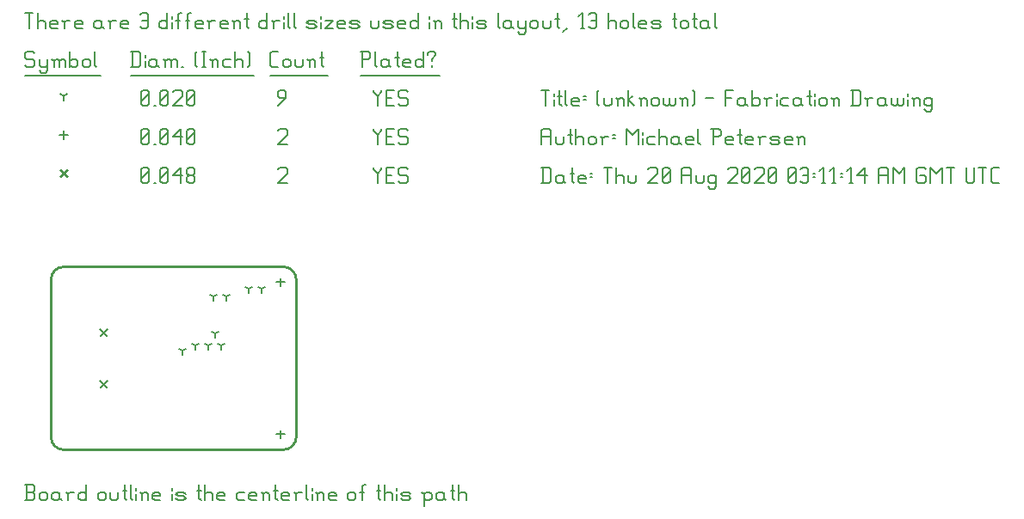
<source format=gbr>
G04 start of page 12 for group -3984 idx -3984 *
G04 Title: (unknown), fab *
G04 Creator: pcb 20140316 *
G04 CreationDate: Thu 20 Aug 2020 03:11:14 AM GMT UTC *
G04 For: railfan *
G04 Format: Gerber/RS-274X *
G04 PCB-Dimensions (mil): 1150.00 910.00 *
G04 PCB-Coordinate-Origin: lower left *
%MOIN*%
%FSLAX25Y25*%
%LNFAB*%
%ADD56C,0.0100*%
%ADD55C,0.0060*%
%ADD54C,0.0001*%
G54D54*G36*
X29300Y57266D02*X32266Y54300D01*
X31700Y53734D01*
X28734Y56700D01*
X29300Y57266D01*
G37*
G36*
X28734Y54300D02*X31700Y57266D01*
X32266Y56700D01*
X29300Y53734D01*
X28734Y54300D01*
G37*
G36*
X29300Y37266D02*X32266Y34300D01*
X31700Y33734D01*
X28734Y36700D01*
X29300Y37266D01*
G37*
G36*
X28734Y34300D02*X31700Y37266D01*
X32266Y36700D01*
X29300Y33734D01*
X28734Y34300D01*
G37*
G36*
X13800Y119016D02*X16766Y116050D01*
X16200Y115484D01*
X13234Y118450D01*
X13800Y119016D01*
G37*
G36*
X13234Y116050D02*X16200Y119016D01*
X16766Y118450D01*
X13800Y115484D01*
X13234Y116050D01*
G37*
G54D55*X135000Y119500D02*Y118750D01*
X136500Y117250D01*
X138000Y118750D01*
Y119500D02*Y118750D01*
X136500Y117250D02*Y113500D01*
X139800Y116500D02*X142050D01*
X139800Y113500D02*X142800D01*
X139800Y119500D02*Y113500D01*
Y119500D02*X142800D01*
X147600D02*X148350Y118750D01*
X145350Y119500D02*X147600D01*
X144600Y118750D02*X145350Y119500D01*
X144600Y118750D02*Y117250D01*
X145350Y116500D01*
X147600D01*
X148350Y115750D01*
Y114250D01*
X147600Y113500D02*X148350Y114250D01*
X145350Y113500D02*X147600D01*
X144600Y114250D02*X145350Y113500D01*
X98000Y118750D02*X98750Y119500D01*
X101000D01*
X101750Y118750D01*
Y117250D01*
X98000Y113500D02*X101750Y117250D01*
X98000Y113500D02*X101750D01*
X45000Y114250D02*X45750Y113500D01*
X45000Y118750D02*Y114250D01*
Y118750D02*X45750Y119500D01*
X47250D01*
X48000Y118750D01*
Y114250D01*
X47250Y113500D02*X48000Y114250D01*
X45750Y113500D02*X47250D01*
X45000Y115000D02*X48000Y118000D01*
X49800Y113500D02*X50550D01*
X52350Y114250D02*X53100Y113500D01*
X52350Y118750D02*Y114250D01*
Y118750D02*X53100Y119500D01*
X54600D01*
X55350Y118750D01*
Y114250D01*
X54600Y113500D02*X55350Y114250D01*
X53100Y113500D02*X54600D01*
X52350Y115000D02*X55350Y118000D01*
X57150Y116500D02*X60150Y119500D01*
X57150Y116500D02*X60900D01*
X60150Y119500D02*Y113500D01*
X62700Y114250D02*X63450Y113500D01*
X62700Y115750D02*Y114250D01*
Y115750D02*X63450Y116500D01*
X64950D01*
X65700Y115750D01*
Y114250D01*
X64950Y113500D02*X65700Y114250D01*
X63450Y113500D02*X64950D01*
X62700Y117250D02*X63450Y116500D01*
X62700Y118750D02*Y117250D01*
Y118750D02*X63450Y119500D01*
X64950D01*
X65700Y118750D01*
Y117250D01*
X64950Y116500D02*X65700Y117250D01*
X99000Y17600D02*Y14400D01*
X97400Y16000D02*X100600D01*
X99000Y76600D02*Y73400D01*
X97400Y75000D02*X100600D01*
X15000Y133850D02*Y130650D01*
X13400Y132250D02*X16600D01*
X135000Y134500D02*Y133750D01*
X136500Y132250D01*
X138000Y133750D01*
Y134500D02*Y133750D01*
X136500Y132250D02*Y128500D01*
X139800Y131500D02*X142050D01*
X139800Y128500D02*X142800D01*
X139800Y134500D02*Y128500D01*
Y134500D02*X142800D01*
X147600D02*X148350Y133750D01*
X145350Y134500D02*X147600D01*
X144600Y133750D02*X145350Y134500D01*
X144600Y133750D02*Y132250D01*
X145350Y131500D01*
X147600D01*
X148350Y130750D01*
Y129250D01*
X147600Y128500D02*X148350Y129250D01*
X145350Y128500D02*X147600D01*
X144600Y129250D02*X145350Y128500D01*
X98000Y133750D02*X98750Y134500D01*
X101000D01*
X101750Y133750D01*
Y132250D01*
X98000Y128500D02*X101750Y132250D01*
X98000Y128500D02*X101750D01*
X45000Y129250D02*X45750Y128500D01*
X45000Y133750D02*Y129250D01*
Y133750D02*X45750Y134500D01*
X47250D01*
X48000Y133750D01*
Y129250D01*
X47250Y128500D02*X48000Y129250D01*
X45750Y128500D02*X47250D01*
X45000Y130000D02*X48000Y133000D01*
X49800Y128500D02*X50550D01*
X52350Y129250D02*X53100Y128500D01*
X52350Y133750D02*Y129250D01*
Y133750D02*X53100Y134500D01*
X54600D01*
X55350Y133750D01*
Y129250D01*
X54600Y128500D02*X55350Y129250D01*
X53100Y128500D02*X54600D01*
X52350Y130000D02*X55350Y133000D01*
X57150Y131500D02*X60150Y134500D01*
X57150Y131500D02*X60900D01*
X60150Y134500D02*Y128500D01*
X62700Y129250D02*X63450Y128500D01*
X62700Y133750D02*Y129250D01*
Y133750D02*X63450Y134500D01*
X64950D01*
X65700Y133750D01*
Y129250D01*
X64950Y128500D02*X65700Y129250D01*
X63450Y128500D02*X64950D01*
X62700Y130000D02*X65700Y133000D01*
X73500Y55000D02*Y53400D01*
Y55000D02*X74887Y55800D01*
X73500Y55000D02*X72113Y55800D01*
X76000Y50500D02*Y48900D01*
Y50500D02*X77387Y51300D01*
X76000Y50500D02*X74613Y51300D01*
X71000Y50500D02*Y48900D01*
Y50500D02*X72387Y51300D01*
X71000Y50500D02*X69613Y51300D01*
X66000Y50500D02*Y48900D01*
Y50500D02*X67387Y51300D01*
X66000Y50500D02*X64613Y51300D01*
X61000Y48500D02*Y46900D01*
Y48500D02*X62387Y49300D01*
X61000Y48500D02*X59613Y49300D01*
X78000Y69500D02*Y67900D01*
Y69500D02*X79387Y70300D01*
X78000Y69500D02*X76613Y70300D01*
X86500Y72500D02*Y70900D01*
Y72500D02*X87887Y73300D01*
X86500Y72500D02*X85113Y73300D01*
X91500Y72500D02*Y70900D01*
Y72500D02*X92887Y73300D01*
X91500Y72500D02*X90113Y73300D01*
X73000Y69500D02*Y67900D01*
Y69500D02*X74387Y70300D01*
X73000Y69500D02*X71613Y70300D01*
X15000Y147250D02*Y145650D01*
Y147250D02*X16387Y148050D01*
X15000Y147250D02*X13613Y148050D01*
X135000Y149500D02*Y148750D01*
X136500Y147250D01*
X138000Y148750D01*
Y149500D02*Y148750D01*
X136500Y147250D02*Y143500D01*
X139800Y146500D02*X142050D01*
X139800Y143500D02*X142800D01*
X139800Y149500D02*Y143500D01*
Y149500D02*X142800D01*
X147600D02*X148350Y148750D01*
X145350Y149500D02*X147600D01*
X144600Y148750D02*X145350Y149500D01*
X144600Y148750D02*Y147250D01*
X145350Y146500D01*
X147600D01*
X148350Y145750D01*
Y144250D01*
X147600Y143500D02*X148350Y144250D01*
X145350Y143500D02*X147600D01*
X144600Y144250D02*X145350Y143500D01*
X98000D02*X101000Y146500D01*
Y148750D02*Y146500D01*
X100250Y149500D02*X101000Y148750D01*
X98750Y149500D02*X100250D01*
X98000Y148750D02*X98750Y149500D01*
X98000Y148750D02*Y147250D01*
X98750Y146500D01*
X101000D01*
X45000Y144250D02*X45750Y143500D01*
X45000Y148750D02*Y144250D01*
Y148750D02*X45750Y149500D01*
X47250D01*
X48000Y148750D01*
Y144250D01*
X47250Y143500D02*X48000Y144250D01*
X45750Y143500D02*X47250D01*
X45000Y145000D02*X48000Y148000D01*
X49800Y143500D02*X50550D01*
X52350Y144250D02*X53100Y143500D01*
X52350Y148750D02*Y144250D01*
Y148750D02*X53100Y149500D01*
X54600D01*
X55350Y148750D01*
Y144250D01*
X54600Y143500D02*X55350Y144250D01*
X53100Y143500D02*X54600D01*
X52350Y145000D02*X55350Y148000D01*
X57150Y148750D02*X57900Y149500D01*
X60150D01*
X60900Y148750D01*
Y147250D01*
X57150Y143500D02*X60900Y147250D01*
X57150Y143500D02*X60900D01*
X62700Y144250D02*X63450Y143500D01*
X62700Y148750D02*Y144250D01*
Y148750D02*X63450Y149500D01*
X64950D01*
X65700Y148750D01*
Y144250D01*
X64950Y143500D02*X65700Y144250D01*
X63450Y143500D02*X64950D01*
X62700Y145000D02*X65700Y148000D01*
X3000Y164500D02*X3750Y163750D01*
X750Y164500D02*X3000D01*
X0Y163750D02*X750Y164500D01*
X0Y163750D02*Y162250D01*
X750Y161500D01*
X3000D01*
X3750Y160750D01*
Y159250D01*
X3000Y158500D02*X3750Y159250D01*
X750Y158500D02*X3000D01*
X0Y159250D02*X750Y158500D01*
X5550Y161500D02*Y159250D01*
X6300Y158500D01*
X8550Y161500D02*Y157000D01*
X7800Y156250D02*X8550Y157000D01*
X6300Y156250D02*X7800D01*
X5550Y157000D02*X6300Y156250D01*
Y158500D02*X7800D01*
X8550Y159250D01*
X11100Y160750D02*Y158500D01*
Y160750D02*X11850Y161500D01*
X12600D01*
X13350Y160750D01*
Y158500D01*
Y160750D02*X14100Y161500D01*
X14850D01*
X15600Y160750D01*
Y158500D01*
X10350Y161500D02*X11100Y160750D01*
X17400Y164500D02*Y158500D01*
Y159250D02*X18150Y158500D01*
X19650D01*
X20400Y159250D01*
Y160750D02*Y159250D01*
X19650Y161500D02*X20400Y160750D01*
X18150Y161500D02*X19650D01*
X17400Y160750D02*X18150Y161500D01*
X22200Y160750D02*Y159250D01*
Y160750D02*X22950Y161500D01*
X24450D01*
X25200Y160750D01*
Y159250D01*
X24450Y158500D02*X25200Y159250D01*
X22950Y158500D02*X24450D01*
X22200Y159250D02*X22950Y158500D01*
X27000Y164500D02*Y159250D01*
X27750Y158500D01*
X0Y155250D02*X29250D01*
X41750Y164500D02*Y158500D01*
X44000Y164500D02*X44750Y163750D01*
Y159250D01*
X44000Y158500D02*X44750Y159250D01*
X41000Y158500D02*X44000D01*
X41000Y164500D02*X44000D01*
X46550Y163000D02*Y162250D01*
Y160750D02*Y158500D01*
X50300Y161500D02*X51050Y160750D01*
X48800Y161500D02*X50300D01*
X48050Y160750D02*X48800Y161500D01*
X48050Y160750D02*Y159250D01*
X48800Y158500D01*
X51050Y161500D02*Y159250D01*
X51800Y158500D01*
X48800D02*X50300D01*
X51050Y159250D01*
X54350Y160750D02*Y158500D01*
Y160750D02*X55100Y161500D01*
X55850D01*
X56600Y160750D01*
Y158500D01*
Y160750D02*X57350Y161500D01*
X58100D01*
X58850Y160750D01*
Y158500D01*
X53600Y161500D02*X54350Y160750D01*
X60650Y158500D02*X61400D01*
X65900Y159250D02*X66650Y158500D01*
X65900Y163750D02*X66650Y164500D01*
X65900Y163750D02*Y159250D01*
X68450Y164500D02*X69950D01*
X69200D02*Y158500D01*
X68450D02*X69950D01*
X72500Y160750D02*Y158500D01*
Y160750D02*X73250Y161500D01*
X74000D01*
X74750Y160750D01*
Y158500D01*
X71750Y161500D02*X72500Y160750D01*
X77300Y161500D02*X79550D01*
X76550Y160750D02*X77300Y161500D01*
X76550Y160750D02*Y159250D01*
X77300Y158500D01*
X79550D01*
X81350Y164500D02*Y158500D01*
Y160750D02*X82100Y161500D01*
X83600D01*
X84350Y160750D01*
Y158500D01*
X86150Y164500D02*X86900Y163750D01*
Y159250D01*
X86150Y158500D02*X86900Y159250D01*
X41000Y155250D02*X88700D01*
X95750Y158500D02*X98000D01*
X95000Y159250D02*X95750Y158500D01*
X95000Y163750D02*Y159250D01*
Y163750D02*X95750Y164500D01*
X98000D01*
X99800Y160750D02*Y159250D01*
Y160750D02*X100550Y161500D01*
X102050D01*
X102800Y160750D01*
Y159250D01*
X102050Y158500D02*X102800Y159250D01*
X100550Y158500D02*X102050D01*
X99800Y159250D02*X100550Y158500D01*
X104600Y161500D02*Y159250D01*
X105350Y158500D01*
X106850D01*
X107600Y159250D01*
Y161500D02*Y159250D01*
X110150Y160750D02*Y158500D01*
Y160750D02*X110900Y161500D01*
X111650D01*
X112400Y160750D01*
Y158500D01*
X109400Y161500D02*X110150Y160750D01*
X114950Y164500D02*Y159250D01*
X115700Y158500D01*
X114200Y162250D02*X115700D01*
X95000Y155250D02*X117200D01*
X130750Y164500D02*Y158500D01*
X130000Y164500D02*X133000D01*
X133750Y163750D01*
Y162250D01*
X133000Y161500D02*X133750Y162250D01*
X130750Y161500D02*X133000D01*
X135550Y164500D02*Y159250D01*
X136300Y158500D01*
X140050Y161500D02*X140800Y160750D01*
X138550Y161500D02*X140050D01*
X137800Y160750D02*X138550Y161500D01*
X137800Y160750D02*Y159250D01*
X138550Y158500D01*
X140800Y161500D02*Y159250D01*
X141550Y158500D01*
X138550D02*X140050D01*
X140800Y159250D01*
X144100Y164500D02*Y159250D01*
X144850Y158500D01*
X143350Y162250D02*X144850D01*
X147100Y158500D02*X149350D01*
X146350Y159250D02*X147100Y158500D01*
X146350Y160750D02*Y159250D01*
Y160750D02*X147100Y161500D01*
X148600D01*
X149350Y160750D01*
X146350Y160000D02*X149350D01*
Y160750D02*Y160000D01*
X154150Y164500D02*Y158500D01*
X153400D02*X154150Y159250D01*
X151900Y158500D02*X153400D01*
X151150Y159250D02*X151900Y158500D01*
X151150Y160750D02*Y159250D01*
Y160750D02*X151900Y161500D01*
X153400D01*
X154150Y160750D01*
X157450Y161500D02*Y160750D01*
Y159250D02*Y158500D01*
X155950Y163750D02*Y163000D01*
Y163750D02*X156700Y164500D01*
X158200D01*
X158950Y163750D01*
Y163000D01*
X157450Y161500D02*X158950Y163000D01*
X130000Y155250D02*X160750D01*
X0Y179500D02*X3000D01*
X1500D02*Y173500D01*
X4800Y179500D02*Y173500D01*
Y175750D02*X5550Y176500D01*
X7050D01*
X7800Y175750D01*
Y173500D01*
X10350D02*X12600D01*
X9600Y174250D02*X10350Y173500D01*
X9600Y175750D02*Y174250D01*
Y175750D02*X10350Y176500D01*
X11850D01*
X12600Y175750D01*
X9600Y175000D02*X12600D01*
Y175750D02*Y175000D01*
X15150Y175750D02*Y173500D01*
Y175750D02*X15900Y176500D01*
X17400D01*
X14400D02*X15150Y175750D01*
X19950Y173500D02*X22200D01*
X19200Y174250D02*X19950Y173500D01*
X19200Y175750D02*Y174250D01*
Y175750D02*X19950Y176500D01*
X21450D01*
X22200Y175750D01*
X19200Y175000D02*X22200D01*
Y175750D02*Y175000D01*
X28950Y176500D02*X29700Y175750D01*
X27450Y176500D02*X28950D01*
X26700Y175750D02*X27450Y176500D01*
X26700Y175750D02*Y174250D01*
X27450Y173500D01*
X29700Y176500D02*Y174250D01*
X30450Y173500D01*
X27450D02*X28950D01*
X29700Y174250D01*
X33000Y175750D02*Y173500D01*
Y175750D02*X33750Y176500D01*
X35250D01*
X32250D02*X33000Y175750D01*
X37800Y173500D02*X40050D01*
X37050Y174250D02*X37800Y173500D01*
X37050Y175750D02*Y174250D01*
Y175750D02*X37800Y176500D01*
X39300D01*
X40050Y175750D01*
X37050Y175000D02*X40050D01*
Y175750D02*Y175000D01*
X44550Y178750D02*X45300Y179500D01*
X46800D01*
X47550Y178750D01*
Y174250D01*
X46800Y173500D02*X47550Y174250D01*
X45300Y173500D02*X46800D01*
X44550Y174250D02*X45300Y173500D01*
Y176500D02*X47550D01*
X55050Y179500D02*Y173500D01*
X54300D02*X55050Y174250D01*
X52800Y173500D02*X54300D01*
X52050Y174250D02*X52800Y173500D01*
X52050Y175750D02*Y174250D01*
Y175750D02*X52800Y176500D01*
X54300D01*
X55050Y175750D01*
X56850Y178000D02*Y177250D01*
Y175750D02*Y173500D01*
X59100Y178750D02*Y173500D01*
Y178750D02*X59850Y179500D01*
X60600D01*
X58350Y176500D02*X59850D01*
X62850Y178750D02*Y173500D01*
Y178750D02*X63600Y179500D01*
X64350D01*
X62100Y176500D02*X63600D01*
X66600Y173500D02*X68850D01*
X65850Y174250D02*X66600Y173500D01*
X65850Y175750D02*Y174250D01*
Y175750D02*X66600Y176500D01*
X68100D01*
X68850Y175750D01*
X65850Y175000D02*X68850D01*
Y175750D02*Y175000D01*
X71400Y175750D02*Y173500D01*
Y175750D02*X72150Y176500D01*
X73650D01*
X70650D02*X71400Y175750D01*
X76200Y173500D02*X78450D01*
X75450Y174250D02*X76200Y173500D01*
X75450Y175750D02*Y174250D01*
Y175750D02*X76200Y176500D01*
X77700D01*
X78450Y175750D01*
X75450Y175000D02*X78450D01*
Y175750D02*Y175000D01*
X81000Y175750D02*Y173500D01*
Y175750D02*X81750Y176500D01*
X82500D01*
X83250Y175750D01*
Y173500D01*
X80250Y176500D02*X81000Y175750D01*
X85800Y179500D02*Y174250D01*
X86550Y173500D01*
X85050Y177250D02*X86550D01*
X93750Y179500D02*Y173500D01*
X93000D02*X93750Y174250D01*
X91500Y173500D02*X93000D01*
X90750Y174250D02*X91500Y173500D01*
X90750Y175750D02*Y174250D01*
Y175750D02*X91500Y176500D01*
X93000D01*
X93750Y175750D01*
X96300D02*Y173500D01*
Y175750D02*X97050Y176500D01*
X98550D01*
X95550D02*X96300Y175750D01*
X100350Y178000D02*Y177250D01*
Y175750D02*Y173500D01*
X101850Y179500D02*Y174250D01*
X102600Y173500D01*
X104100Y179500D02*Y174250D01*
X104850Y173500D01*
X109800D02*X112050D01*
X112800Y174250D01*
X112050Y175000D02*X112800Y174250D01*
X109800Y175000D02*X112050D01*
X109050Y175750D02*X109800Y175000D01*
X109050Y175750D02*X109800Y176500D01*
X112050D01*
X112800Y175750D01*
X109050Y174250D02*X109800Y173500D01*
X114600Y178000D02*Y177250D01*
Y175750D02*Y173500D01*
X116100Y176500D02*X119100D01*
X116100Y173500D02*X119100Y176500D01*
X116100Y173500D02*X119100D01*
X121650D02*X123900D01*
X120900Y174250D02*X121650Y173500D01*
X120900Y175750D02*Y174250D01*
Y175750D02*X121650Y176500D01*
X123150D01*
X123900Y175750D01*
X120900Y175000D02*X123900D01*
Y175750D02*Y175000D01*
X126450Y173500D02*X128700D01*
X129450Y174250D01*
X128700Y175000D02*X129450Y174250D01*
X126450Y175000D02*X128700D01*
X125700Y175750D02*X126450Y175000D01*
X125700Y175750D02*X126450Y176500D01*
X128700D01*
X129450Y175750D01*
X125700Y174250D02*X126450Y173500D01*
X133950Y176500D02*Y174250D01*
X134700Y173500D01*
X136200D01*
X136950Y174250D01*
Y176500D02*Y174250D01*
X139500Y173500D02*X141750D01*
X142500Y174250D01*
X141750Y175000D02*X142500Y174250D01*
X139500Y175000D02*X141750D01*
X138750Y175750D02*X139500Y175000D01*
X138750Y175750D02*X139500Y176500D01*
X141750D01*
X142500Y175750D01*
X138750Y174250D02*X139500Y173500D01*
X145050D02*X147300D01*
X144300Y174250D02*X145050Y173500D01*
X144300Y175750D02*Y174250D01*
Y175750D02*X145050Y176500D01*
X146550D01*
X147300Y175750D01*
X144300Y175000D02*X147300D01*
Y175750D02*Y175000D01*
X152100Y179500D02*Y173500D01*
X151350D02*X152100Y174250D01*
X149850Y173500D02*X151350D01*
X149100Y174250D02*X149850Y173500D01*
X149100Y175750D02*Y174250D01*
Y175750D02*X149850Y176500D01*
X151350D01*
X152100Y175750D01*
X156600Y178000D02*Y177250D01*
Y175750D02*Y173500D01*
X158850Y175750D02*Y173500D01*
Y175750D02*X159600Y176500D01*
X160350D01*
X161100Y175750D01*
Y173500D01*
X158100Y176500D02*X158850Y175750D01*
X166350Y179500D02*Y174250D01*
X167100Y173500D01*
X165600Y177250D02*X167100D01*
X168600Y179500D02*Y173500D01*
Y175750D02*X169350Y176500D01*
X170850D01*
X171600Y175750D01*
Y173500D01*
X173400Y178000D02*Y177250D01*
Y175750D02*Y173500D01*
X175650D02*X177900D01*
X178650Y174250D01*
X177900Y175000D02*X178650Y174250D01*
X175650Y175000D02*X177900D01*
X174900Y175750D02*X175650Y175000D01*
X174900Y175750D02*X175650Y176500D01*
X177900D01*
X178650Y175750D01*
X174900Y174250D02*X175650Y173500D01*
X183150Y179500D02*Y174250D01*
X183900Y173500D01*
X187650Y176500D02*X188400Y175750D01*
X186150Y176500D02*X187650D01*
X185400Y175750D02*X186150Y176500D01*
X185400Y175750D02*Y174250D01*
X186150Y173500D01*
X188400Y176500D02*Y174250D01*
X189150Y173500D01*
X186150D02*X187650D01*
X188400Y174250D01*
X190950Y176500D02*Y174250D01*
X191700Y173500D01*
X193950Y176500D02*Y172000D01*
X193200Y171250D02*X193950Y172000D01*
X191700Y171250D02*X193200D01*
X190950Y172000D02*X191700Y171250D01*
Y173500D02*X193200D01*
X193950Y174250D01*
X195750Y175750D02*Y174250D01*
Y175750D02*X196500Y176500D01*
X198000D01*
X198750Y175750D01*
Y174250D01*
X198000Y173500D02*X198750Y174250D01*
X196500Y173500D02*X198000D01*
X195750Y174250D02*X196500Y173500D01*
X200550Y176500D02*Y174250D01*
X201300Y173500D01*
X202800D01*
X203550Y174250D01*
Y176500D02*Y174250D01*
X206100Y179500D02*Y174250D01*
X206850Y173500D01*
X205350Y177250D02*X206850D01*
X208350Y172000D02*X209850Y173500D01*
X215100D02*X216600D01*
X215850Y179500D02*Y173500D01*
X214350Y178000D02*X215850Y179500D01*
X218400Y178750D02*X219150Y179500D01*
X220650D01*
X221400Y178750D01*
Y174250D01*
X220650Y173500D02*X221400Y174250D01*
X219150Y173500D02*X220650D01*
X218400Y174250D02*X219150Y173500D01*
Y176500D02*X221400D01*
X225900Y179500D02*Y173500D01*
Y175750D02*X226650Y176500D01*
X228150D01*
X228900Y175750D01*
Y173500D01*
X230700Y175750D02*Y174250D01*
Y175750D02*X231450Y176500D01*
X232950D01*
X233700Y175750D01*
Y174250D01*
X232950Y173500D02*X233700Y174250D01*
X231450Y173500D02*X232950D01*
X230700Y174250D02*X231450Y173500D01*
X235500Y179500D02*Y174250D01*
X236250Y173500D01*
X238500D02*X240750D01*
X237750Y174250D02*X238500Y173500D01*
X237750Y175750D02*Y174250D01*
Y175750D02*X238500Y176500D01*
X240000D01*
X240750Y175750D01*
X237750Y175000D02*X240750D01*
Y175750D02*Y175000D01*
X243300Y173500D02*X245550D01*
X246300Y174250D01*
X245550Y175000D02*X246300Y174250D01*
X243300Y175000D02*X245550D01*
X242550Y175750D02*X243300Y175000D01*
X242550Y175750D02*X243300Y176500D01*
X245550D01*
X246300Y175750D01*
X242550Y174250D02*X243300Y173500D01*
X251550Y179500D02*Y174250D01*
X252300Y173500D01*
X250800Y177250D02*X252300D01*
X253800Y175750D02*Y174250D01*
Y175750D02*X254550Y176500D01*
X256050D01*
X256800Y175750D01*
Y174250D01*
X256050Y173500D02*X256800Y174250D01*
X254550Y173500D02*X256050D01*
X253800Y174250D02*X254550Y173500D01*
X259350Y179500D02*Y174250D01*
X260100Y173500D01*
X258600Y177250D02*X260100D01*
X263850Y176500D02*X264600Y175750D01*
X262350Y176500D02*X263850D01*
X261600Y175750D02*X262350Y176500D01*
X261600Y175750D02*Y174250D01*
X262350Y173500D01*
X264600Y176500D02*Y174250D01*
X265350Y173500D01*
X262350D02*X263850D01*
X264600Y174250D01*
X267150Y179500D02*Y174250D01*
X267900Y173500D01*
G54D56*X15000Y81000D02*X100000D01*
Y10000D02*X15000D01*
X105000Y76000D02*Y15000D01*
X10000D02*Y76000D01*
X100000Y10000D02*G75*G03X105000Y15000I0J5000D01*G01*
X100000Y81000D02*G75*G02X105000Y76000I0J-5000D01*G01*
X10000D02*G75*G02X15000Y81000I5000J0D01*G01*
X10000Y15000D02*G75*G03X15000Y10000I5000J0D01*G01*
G54D55*X0Y-9500D02*X3000D01*
X3750Y-8750D01*
Y-7250D02*Y-8750D01*
X3000Y-6500D02*X3750Y-7250D01*
X750Y-6500D02*X3000D01*
X750Y-3500D02*Y-9500D01*
X0Y-3500D02*X3000D01*
X3750Y-4250D01*
Y-5750D01*
X3000Y-6500D02*X3750Y-5750D01*
X5550Y-7250D02*Y-8750D01*
Y-7250D02*X6300Y-6500D01*
X7800D01*
X8550Y-7250D01*
Y-8750D01*
X7800Y-9500D02*X8550Y-8750D01*
X6300Y-9500D02*X7800D01*
X5550Y-8750D02*X6300Y-9500D01*
X12600Y-6500D02*X13350Y-7250D01*
X11100Y-6500D02*X12600D01*
X10350Y-7250D02*X11100Y-6500D01*
X10350Y-7250D02*Y-8750D01*
X11100Y-9500D01*
X13350Y-6500D02*Y-8750D01*
X14100Y-9500D01*
X11100D02*X12600D01*
X13350Y-8750D01*
X16650Y-7250D02*Y-9500D01*
Y-7250D02*X17400Y-6500D01*
X18900D01*
X15900D02*X16650Y-7250D01*
X23700Y-3500D02*Y-9500D01*
X22950D02*X23700Y-8750D01*
X21450Y-9500D02*X22950D01*
X20700Y-8750D02*X21450Y-9500D01*
X20700Y-7250D02*Y-8750D01*
Y-7250D02*X21450Y-6500D01*
X22950D01*
X23700Y-7250D01*
X28200D02*Y-8750D01*
Y-7250D02*X28950Y-6500D01*
X30450D01*
X31200Y-7250D01*
Y-8750D01*
X30450Y-9500D02*X31200Y-8750D01*
X28950Y-9500D02*X30450D01*
X28200Y-8750D02*X28950Y-9500D01*
X33000Y-6500D02*Y-8750D01*
X33750Y-9500D01*
X35250D01*
X36000Y-8750D01*
Y-6500D02*Y-8750D01*
X38550Y-3500D02*Y-8750D01*
X39300Y-9500D01*
X37800Y-5750D02*X39300D01*
X40800Y-3500D02*Y-8750D01*
X41550Y-9500D01*
X43050Y-5000D02*Y-5750D01*
Y-7250D02*Y-9500D01*
X45300Y-7250D02*Y-9500D01*
Y-7250D02*X46050Y-6500D01*
X46800D01*
X47550Y-7250D01*
Y-9500D01*
X44550Y-6500D02*X45300Y-7250D01*
X50100Y-9500D02*X52350D01*
X49350Y-8750D02*X50100Y-9500D01*
X49350Y-7250D02*Y-8750D01*
Y-7250D02*X50100Y-6500D01*
X51600D01*
X52350Y-7250D01*
X49350Y-8000D02*X52350D01*
Y-7250D02*Y-8000D01*
X56850Y-5000D02*Y-5750D01*
Y-7250D02*Y-9500D01*
X59100D02*X61350D01*
X62100Y-8750D01*
X61350Y-8000D02*X62100Y-8750D01*
X59100Y-8000D02*X61350D01*
X58350Y-7250D02*X59100Y-8000D01*
X58350Y-7250D02*X59100Y-6500D01*
X61350D01*
X62100Y-7250D01*
X58350Y-8750D02*X59100Y-9500D01*
X67350Y-3500D02*Y-8750D01*
X68100Y-9500D01*
X66600Y-5750D02*X68100D01*
X69600Y-3500D02*Y-9500D01*
Y-7250D02*X70350Y-6500D01*
X71850D01*
X72600Y-7250D01*
Y-9500D01*
X75150D02*X77400D01*
X74400Y-8750D02*X75150Y-9500D01*
X74400Y-7250D02*Y-8750D01*
Y-7250D02*X75150Y-6500D01*
X76650D01*
X77400Y-7250D01*
X74400Y-8000D02*X77400D01*
Y-7250D02*Y-8000D01*
X82650Y-6500D02*X84900D01*
X81900Y-7250D02*X82650Y-6500D01*
X81900Y-7250D02*Y-8750D01*
X82650Y-9500D01*
X84900D01*
X87450D02*X89700D01*
X86700Y-8750D02*X87450Y-9500D01*
X86700Y-7250D02*Y-8750D01*
Y-7250D02*X87450Y-6500D01*
X88950D01*
X89700Y-7250D01*
X86700Y-8000D02*X89700D01*
Y-7250D02*Y-8000D01*
X92250Y-7250D02*Y-9500D01*
Y-7250D02*X93000Y-6500D01*
X93750D01*
X94500Y-7250D01*
Y-9500D01*
X91500Y-6500D02*X92250Y-7250D01*
X97050Y-3500D02*Y-8750D01*
X97800Y-9500D01*
X96300Y-5750D02*X97800D01*
X100050Y-9500D02*X102300D01*
X99300Y-8750D02*X100050Y-9500D01*
X99300Y-7250D02*Y-8750D01*
Y-7250D02*X100050Y-6500D01*
X101550D01*
X102300Y-7250D01*
X99300Y-8000D02*X102300D01*
Y-7250D02*Y-8000D01*
X104850Y-7250D02*Y-9500D01*
Y-7250D02*X105600Y-6500D01*
X107100D01*
X104100D02*X104850Y-7250D01*
X108900Y-3500D02*Y-8750D01*
X109650Y-9500D01*
X111150Y-5000D02*Y-5750D01*
Y-7250D02*Y-9500D01*
X113400Y-7250D02*Y-9500D01*
Y-7250D02*X114150Y-6500D01*
X114900D01*
X115650Y-7250D01*
Y-9500D01*
X112650Y-6500D02*X113400Y-7250D01*
X118200Y-9500D02*X120450D01*
X117450Y-8750D02*X118200Y-9500D01*
X117450Y-7250D02*Y-8750D01*
Y-7250D02*X118200Y-6500D01*
X119700D01*
X120450Y-7250D01*
X117450Y-8000D02*X120450D01*
Y-7250D02*Y-8000D01*
X124950Y-7250D02*Y-8750D01*
Y-7250D02*X125700Y-6500D01*
X127200D01*
X127950Y-7250D01*
Y-8750D01*
X127200Y-9500D02*X127950Y-8750D01*
X125700Y-9500D02*X127200D01*
X124950Y-8750D02*X125700Y-9500D01*
X130500Y-4250D02*Y-9500D01*
Y-4250D02*X131250Y-3500D01*
X132000D01*
X129750Y-6500D02*X131250D01*
X136950Y-3500D02*Y-8750D01*
X137700Y-9500D01*
X136200Y-5750D02*X137700D01*
X139200Y-3500D02*Y-9500D01*
Y-7250D02*X139950Y-6500D01*
X141450D01*
X142200Y-7250D01*
Y-9500D01*
X144000Y-5000D02*Y-5750D01*
Y-7250D02*Y-9500D01*
X146250D02*X148500D01*
X149250Y-8750D01*
X148500Y-8000D02*X149250Y-8750D01*
X146250Y-8000D02*X148500D01*
X145500Y-7250D02*X146250Y-8000D01*
X145500Y-7250D02*X146250Y-6500D01*
X148500D01*
X149250Y-7250D01*
X145500Y-8750D02*X146250Y-9500D01*
X154500Y-7250D02*Y-11750D01*
X153750Y-6500D02*X154500Y-7250D01*
X155250Y-6500D01*
X156750D01*
X157500Y-7250D01*
Y-8750D01*
X156750Y-9500D02*X157500Y-8750D01*
X155250Y-9500D02*X156750D01*
X154500Y-8750D02*X155250Y-9500D01*
X161550Y-6500D02*X162300Y-7250D01*
X160050Y-6500D02*X161550D01*
X159300Y-7250D02*X160050Y-6500D01*
X159300Y-7250D02*Y-8750D01*
X160050Y-9500D01*
X162300Y-6500D02*Y-8750D01*
X163050Y-9500D01*
X160050D02*X161550D01*
X162300Y-8750D01*
X165600Y-3500D02*Y-8750D01*
X166350Y-9500D01*
X164850Y-5750D02*X166350D01*
X167850Y-3500D02*Y-9500D01*
Y-7250D02*X168600Y-6500D01*
X170100D01*
X170850Y-7250D01*
Y-9500D01*
X200750Y119500D02*Y113500D01*
X203000Y119500D02*X203750Y118750D01*
Y114250D01*
X203000Y113500D02*X203750Y114250D01*
X200000Y113500D02*X203000D01*
X200000Y119500D02*X203000D01*
X207800Y116500D02*X208550Y115750D01*
X206300Y116500D02*X207800D01*
X205550Y115750D02*X206300Y116500D01*
X205550Y115750D02*Y114250D01*
X206300Y113500D01*
X208550Y116500D02*Y114250D01*
X209300Y113500D01*
X206300D02*X207800D01*
X208550Y114250D01*
X211850Y119500D02*Y114250D01*
X212600Y113500D01*
X211100Y117250D02*X212600D01*
X214850Y113500D02*X217100D01*
X214100Y114250D02*X214850Y113500D01*
X214100Y115750D02*Y114250D01*
Y115750D02*X214850Y116500D01*
X216350D01*
X217100Y115750D01*
X214100Y115000D02*X217100D01*
Y115750D02*Y115000D01*
X218900Y117250D02*X219650D01*
X218900Y115750D02*X219650D01*
X224150Y119500D02*X227150D01*
X225650D02*Y113500D01*
X228950Y119500D02*Y113500D01*
Y115750D02*X229700Y116500D01*
X231200D01*
X231950Y115750D01*
Y113500D01*
X233750Y116500D02*Y114250D01*
X234500Y113500D01*
X236000D01*
X236750Y114250D01*
Y116500D02*Y114250D01*
X241250Y118750D02*X242000Y119500D01*
X244250D01*
X245000Y118750D01*
Y117250D01*
X241250Y113500D02*X245000Y117250D01*
X241250Y113500D02*X245000D01*
X246800Y114250D02*X247550Y113500D01*
X246800Y118750D02*Y114250D01*
Y118750D02*X247550Y119500D01*
X249050D01*
X249800Y118750D01*
Y114250D01*
X249050Y113500D02*X249800Y114250D01*
X247550Y113500D02*X249050D01*
X246800Y115000D02*X249800Y118000D01*
X254300Y118750D02*Y113500D01*
Y118750D02*X255050Y119500D01*
X257300D01*
X258050Y118750D01*
Y113500D01*
X254300Y116500D02*X258050D01*
X259850D02*Y114250D01*
X260600Y113500D01*
X262100D01*
X262850Y114250D01*
Y116500D02*Y114250D01*
X266900Y116500D02*X267650Y115750D01*
X265400Y116500D02*X266900D01*
X264650Y115750D02*X265400Y116500D01*
X264650Y115750D02*Y114250D01*
X265400Y113500D01*
X266900D01*
X267650Y114250D01*
X264650Y112000D02*X265400Y111250D01*
X266900D01*
X267650Y112000D01*
Y116500D02*Y112000D01*
X272150Y118750D02*X272900Y119500D01*
X275150D01*
X275900Y118750D01*
Y117250D01*
X272150Y113500D02*X275900Y117250D01*
X272150Y113500D02*X275900D01*
X277700Y114250D02*X278450Y113500D01*
X277700Y118750D02*Y114250D01*
Y118750D02*X278450Y119500D01*
X279950D01*
X280700Y118750D01*
Y114250D01*
X279950Y113500D02*X280700Y114250D01*
X278450Y113500D02*X279950D01*
X277700Y115000D02*X280700Y118000D01*
X282500Y118750D02*X283250Y119500D01*
X285500D01*
X286250Y118750D01*
Y117250D01*
X282500Y113500D02*X286250Y117250D01*
X282500Y113500D02*X286250D01*
X288050Y114250D02*X288800Y113500D01*
X288050Y118750D02*Y114250D01*
Y118750D02*X288800Y119500D01*
X290300D01*
X291050Y118750D01*
Y114250D01*
X290300Y113500D02*X291050Y114250D01*
X288800Y113500D02*X290300D01*
X288050Y115000D02*X291050Y118000D01*
X295550Y114250D02*X296300Y113500D01*
X295550Y118750D02*Y114250D01*
Y118750D02*X296300Y119500D01*
X297800D01*
X298550Y118750D01*
Y114250D01*
X297800Y113500D02*X298550Y114250D01*
X296300Y113500D02*X297800D01*
X295550Y115000D02*X298550Y118000D01*
X300350Y118750D02*X301100Y119500D01*
X302600D01*
X303350Y118750D01*
Y114250D01*
X302600Y113500D02*X303350Y114250D01*
X301100Y113500D02*X302600D01*
X300350Y114250D02*X301100Y113500D01*
Y116500D02*X303350D01*
X305150Y117250D02*X305900D01*
X305150Y115750D02*X305900D01*
X308450Y113500D02*X309950D01*
X309200Y119500D02*Y113500D01*
X307700Y118000D02*X309200Y119500D01*
X312500Y113500D02*X314000D01*
X313250Y119500D02*Y113500D01*
X311750Y118000D02*X313250Y119500D01*
X315800Y117250D02*X316550D01*
X315800Y115750D02*X316550D01*
X319100Y113500D02*X320600D01*
X319850Y119500D02*Y113500D01*
X318350Y118000D02*X319850Y119500D01*
X322400Y116500D02*X325400Y119500D01*
X322400Y116500D02*X326150D01*
X325400Y119500D02*Y113500D01*
X330650Y118750D02*Y113500D01*
Y118750D02*X331400Y119500D01*
X333650D01*
X334400Y118750D01*
Y113500D01*
X330650Y116500D02*X334400D01*
X336200Y119500D02*Y113500D01*
Y119500D02*X338450Y117250D01*
X340700Y119500D01*
Y113500D01*
X348200Y119500D02*X348950Y118750D01*
X345950Y119500D02*X348200D01*
X345200Y118750D02*X345950Y119500D01*
X345200Y118750D02*Y114250D01*
X345950Y113500D01*
X348200D01*
X348950Y114250D01*
Y115750D02*Y114250D01*
X348200Y116500D02*X348950Y115750D01*
X346700Y116500D02*X348200D01*
X350750Y119500D02*Y113500D01*
Y119500D02*X353000Y117250D01*
X355250Y119500D01*
Y113500D01*
X357050Y119500D02*X360050D01*
X358550D02*Y113500D01*
X364550Y119500D02*Y114250D01*
X365300Y113500D01*
X366800D01*
X367550Y114250D01*
Y119500D02*Y114250D01*
X369350Y119500D02*X372350D01*
X370850D02*Y113500D01*
X374900D02*X377150D01*
X374150Y114250D02*X374900Y113500D01*
X374150Y118750D02*Y114250D01*
Y118750D02*X374900Y119500D01*
X377150D01*
X200000Y133750D02*Y128500D01*
Y133750D02*X200750Y134500D01*
X203000D01*
X203750Y133750D01*
Y128500D01*
X200000Y131500D02*X203750D01*
X205550D02*Y129250D01*
X206300Y128500D01*
X207800D01*
X208550Y129250D01*
Y131500D02*Y129250D01*
X211100Y134500D02*Y129250D01*
X211850Y128500D01*
X210350Y132250D02*X211850D01*
X213350Y134500D02*Y128500D01*
Y130750D02*X214100Y131500D01*
X215600D01*
X216350Y130750D01*
Y128500D01*
X218150Y130750D02*Y129250D01*
Y130750D02*X218900Y131500D01*
X220400D01*
X221150Y130750D01*
Y129250D01*
X220400Y128500D02*X221150Y129250D01*
X218900Y128500D02*X220400D01*
X218150Y129250D02*X218900Y128500D01*
X223700Y130750D02*Y128500D01*
Y130750D02*X224450Y131500D01*
X225950D01*
X222950D02*X223700Y130750D01*
X227750Y132250D02*X228500D01*
X227750Y130750D02*X228500D01*
X233000Y134500D02*Y128500D01*
Y134500D02*X235250Y132250D01*
X237500Y134500D01*
Y128500D01*
X239300Y133000D02*Y132250D01*
Y130750D02*Y128500D01*
X241550Y131500D02*X243800D01*
X240800Y130750D02*X241550Y131500D01*
X240800Y130750D02*Y129250D01*
X241550Y128500D01*
X243800D01*
X245600Y134500D02*Y128500D01*
Y130750D02*X246350Y131500D01*
X247850D01*
X248600Y130750D01*
Y128500D01*
X252650Y131500D02*X253400Y130750D01*
X251150Y131500D02*X252650D01*
X250400Y130750D02*X251150Y131500D01*
X250400Y130750D02*Y129250D01*
X251150Y128500D01*
X253400Y131500D02*Y129250D01*
X254150Y128500D01*
X251150D02*X252650D01*
X253400Y129250D01*
X256700Y128500D02*X258950D01*
X255950Y129250D02*X256700Y128500D01*
X255950Y130750D02*Y129250D01*
Y130750D02*X256700Y131500D01*
X258200D01*
X258950Y130750D01*
X255950Y130000D02*X258950D01*
Y130750D02*Y130000D01*
X260750Y134500D02*Y129250D01*
X261500Y128500D01*
X266450Y134500D02*Y128500D01*
X265700Y134500D02*X268700D01*
X269450Y133750D01*
Y132250D01*
X268700Y131500D02*X269450Y132250D01*
X266450Y131500D02*X268700D01*
X272000Y128500D02*X274250D01*
X271250Y129250D02*X272000Y128500D01*
X271250Y130750D02*Y129250D01*
Y130750D02*X272000Y131500D01*
X273500D01*
X274250Y130750D01*
X271250Y130000D02*X274250D01*
Y130750D02*Y130000D01*
X276800Y134500D02*Y129250D01*
X277550Y128500D01*
X276050Y132250D02*X277550D01*
X279800Y128500D02*X282050D01*
X279050Y129250D02*X279800Y128500D01*
X279050Y130750D02*Y129250D01*
Y130750D02*X279800Y131500D01*
X281300D01*
X282050Y130750D01*
X279050Y130000D02*X282050D01*
Y130750D02*Y130000D01*
X284600Y130750D02*Y128500D01*
Y130750D02*X285350Y131500D01*
X286850D01*
X283850D02*X284600Y130750D01*
X289400Y128500D02*X291650D01*
X292400Y129250D01*
X291650Y130000D02*X292400Y129250D01*
X289400Y130000D02*X291650D01*
X288650Y130750D02*X289400Y130000D01*
X288650Y130750D02*X289400Y131500D01*
X291650D01*
X292400Y130750D01*
X288650Y129250D02*X289400Y128500D01*
X294950D02*X297200D01*
X294200Y129250D02*X294950Y128500D01*
X294200Y130750D02*Y129250D01*
Y130750D02*X294950Y131500D01*
X296450D01*
X297200Y130750D01*
X294200Y130000D02*X297200D01*
Y130750D02*Y130000D01*
X299750Y130750D02*Y128500D01*
Y130750D02*X300500Y131500D01*
X301250D01*
X302000Y130750D01*
Y128500D01*
X299000Y131500D02*X299750Y130750D01*
X200000Y149500D02*X203000D01*
X201500D02*Y143500D01*
X204800Y148000D02*Y147250D01*
Y145750D02*Y143500D01*
X207050Y149500D02*Y144250D01*
X207800Y143500D01*
X206300Y147250D02*X207800D01*
X209300Y149500D02*Y144250D01*
X210050Y143500D01*
X212300D02*X214550D01*
X211550Y144250D02*X212300Y143500D01*
X211550Y145750D02*Y144250D01*
Y145750D02*X212300Y146500D01*
X213800D01*
X214550Y145750D01*
X211550Y145000D02*X214550D01*
Y145750D02*Y145000D01*
X216350Y147250D02*X217100D01*
X216350Y145750D02*X217100D01*
X221600Y144250D02*X222350Y143500D01*
X221600Y148750D02*X222350Y149500D01*
X221600Y148750D02*Y144250D01*
X224150Y146500D02*Y144250D01*
X224900Y143500D01*
X226400D01*
X227150Y144250D01*
Y146500D02*Y144250D01*
X229700Y145750D02*Y143500D01*
Y145750D02*X230450Y146500D01*
X231200D01*
X231950Y145750D01*
Y143500D01*
X228950Y146500D02*X229700Y145750D01*
X233750Y149500D02*Y143500D01*
Y145750D02*X236000Y143500D01*
X233750Y145750D02*X235250Y147250D01*
X238550Y145750D02*Y143500D01*
Y145750D02*X239300Y146500D01*
X240050D01*
X240800Y145750D01*
Y143500D01*
X237800Y146500D02*X238550Y145750D01*
X242600D02*Y144250D01*
Y145750D02*X243350Y146500D01*
X244850D01*
X245600Y145750D01*
Y144250D01*
X244850Y143500D02*X245600Y144250D01*
X243350Y143500D02*X244850D01*
X242600Y144250D02*X243350Y143500D01*
X247400Y146500D02*Y144250D01*
X248150Y143500D01*
X248900D01*
X249650Y144250D01*
Y146500D02*Y144250D01*
X250400Y143500D01*
X251150D01*
X251900Y144250D01*
Y146500D02*Y144250D01*
X254450Y145750D02*Y143500D01*
Y145750D02*X255200Y146500D01*
X255950D01*
X256700Y145750D01*
Y143500D01*
X253700Y146500D02*X254450Y145750D01*
X258500Y149500D02*X259250Y148750D01*
Y144250D01*
X258500Y143500D02*X259250Y144250D01*
X263750Y146500D02*X266750D01*
X271250Y149500D02*Y143500D01*
Y149500D02*X274250D01*
X271250Y146500D02*X273500D01*
X278300D02*X279050Y145750D01*
X276800Y146500D02*X278300D01*
X276050Y145750D02*X276800Y146500D01*
X276050Y145750D02*Y144250D01*
X276800Y143500D01*
X279050Y146500D02*Y144250D01*
X279800Y143500D01*
X276800D02*X278300D01*
X279050Y144250D01*
X281600Y149500D02*Y143500D01*
Y144250D02*X282350Y143500D01*
X283850D01*
X284600Y144250D01*
Y145750D02*Y144250D01*
X283850Y146500D02*X284600Y145750D01*
X282350Y146500D02*X283850D01*
X281600Y145750D02*X282350Y146500D01*
X287150Y145750D02*Y143500D01*
Y145750D02*X287900Y146500D01*
X289400D01*
X286400D02*X287150Y145750D01*
X291200Y148000D02*Y147250D01*
Y145750D02*Y143500D01*
X293450Y146500D02*X295700D01*
X292700Y145750D02*X293450Y146500D01*
X292700Y145750D02*Y144250D01*
X293450Y143500D01*
X295700D01*
X299750Y146500D02*X300500Y145750D01*
X298250Y146500D02*X299750D01*
X297500Y145750D02*X298250Y146500D01*
X297500Y145750D02*Y144250D01*
X298250Y143500D01*
X300500Y146500D02*Y144250D01*
X301250Y143500D01*
X298250D02*X299750D01*
X300500Y144250D01*
X303800Y149500D02*Y144250D01*
X304550Y143500D01*
X303050Y147250D02*X304550D01*
X306050Y148000D02*Y147250D01*
Y145750D02*Y143500D01*
X307550Y145750D02*Y144250D01*
Y145750D02*X308300Y146500D01*
X309800D01*
X310550Y145750D01*
Y144250D01*
X309800Y143500D02*X310550Y144250D01*
X308300Y143500D02*X309800D01*
X307550Y144250D02*X308300Y143500D01*
X313100Y145750D02*Y143500D01*
Y145750D02*X313850Y146500D01*
X314600D01*
X315350Y145750D01*
Y143500D01*
X312350Y146500D02*X313100Y145750D01*
X320600Y149500D02*Y143500D01*
X322850Y149500D02*X323600Y148750D01*
Y144250D01*
X322850Y143500D02*X323600Y144250D01*
X319850Y143500D02*X322850D01*
X319850Y149500D02*X322850D01*
X326150Y145750D02*Y143500D01*
Y145750D02*X326900Y146500D01*
X328400D01*
X325400D02*X326150Y145750D01*
X332450Y146500D02*X333200Y145750D01*
X330950Y146500D02*X332450D01*
X330200Y145750D02*X330950Y146500D01*
X330200Y145750D02*Y144250D01*
X330950Y143500D01*
X333200Y146500D02*Y144250D01*
X333950Y143500D01*
X330950D02*X332450D01*
X333200Y144250D01*
X335750Y146500D02*Y144250D01*
X336500Y143500D01*
X337250D01*
X338000Y144250D01*
Y146500D02*Y144250D01*
X338750Y143500D01*
X339500D01*
X340250Y144250D01*
Y146500D02*Y144250D01*
X342050Y148000D02*Y147250D01*
Y145750D02*Y143500D01*
X344300Y145750D02*Y143500D01*
Y145750D02*X345050Y146500D01*
X345800D01*
X346550Y145750D01*
Y143500D01*
X343550Y146500D02*X344300Y145750D01*
X350600Y146500D02*X351350Y145750D01*
X349100Y146500D02*X350600D01*
X348350Y145750D02*X349100Y146500D01*
X348350Y145750D02*Y144250D01*
X349100Y143500D01*
X350600D01*
X351350Y144250D01*
X348350Y142000D02*X349100Y141250D01*
X350600D01*
X351350Y142000D01*
Y146500D02*Y142000D01*
M02*

</source>
